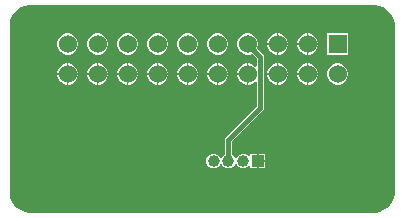
<source format=gtl>
G04*
G04 #@! TF.GenerationSoftware,Altium Limited,Altium Designer,24.5.2 (23)*
G04*
G04 Layer_Physical_Order=1*
G04 Layer_Color=255*
%FSLAX25Y25*%
%MOIN*%
G70*
G04*
G04 #@! TF.SameCoordinates,C24EFD6F-B051-405E-BDC2-D8122115FF76*
G04*
G04*
G04 #@! TF.FilePolarity,Positive*
G04*
G01*
G75*
%ADD17C,0.01500*%
%ADD18C,0.03969*%
%ADD19R,0.03969X0.03969*%
%ADD20R,0.06024X0.06024*%
%ADD21C,0.06024*%
G36*
X224409Y199985D02*
X225106D01*
X226472Y199713D01*
X227759Y199180D01*
X228917Y198406D01*
X229902Y197421D01*
X230676Y196263D01*
X231209Y194976D01*
X231481Y193610D01*
X231481Y192913D01*
Y137795D01*
Y137099D01*
X231209Y135733D01*
X230676Y134446D01*
X229902Y133288D01*
X228917Y132303D01*
X227759Y131529D01*
X226472Y130996D01*
X225106Y130724D01*
X224410D01*
X110236Y130724D01*
X109540D01*
X108174Y130996D01*
X106887Y131529D01*
X105729Y132303D01*
X104744Y133288D01*
X103970Y134446D01*
X103437Y135733D01*
X103165Y137099D01*
X103165Y137795D01*
Y192913D01*
Y193610D01*
X103437Y194976D01*
X103970Y196263D01*
X104744Y197421D01*
X105729Y198406D01*
X106887Y199180D01*
X108174Y199713D01*
X109540Y199985D01*
X110236Y199985D01*
X224409Y199985D01*
D02*
G37*
%LPC*%
G36*
X202962Y190512D02*
X202750D01*
Y187250D01*
X206012D01*
Y187462D01*
X205772Y188356D01*
X205310Y189156D01*
X204656Y189810D01*
X203855Y190272D01*
X202962Y190512D01*
D02*
G37*
G36*
X202250D02*
X202038D01*
X201145Y190272D01*
X200344Y189810D01*
X199690Y189156D01*
X199227Y188356D01*
X198988Y187462D01*
Y187250D01*
X202250D01*
Y190512D01*
D02*
G37*
G36*
X192962D02*
X192750D01*
Y187250D01*
X196012D01*
Y187462D01*
X195773Y188356D01*
X195310Y189156D01*
X194656Y189810D01*
X193856Y190272D01*
X192962Y190512D01*
D02*
G37*
G36*
X192250D02*
X192038D01*
X191145Y190272D01*
X190344Y189810D01*
X189690Y189156D01*
X189227Y188356D01*
X188988Y187462D01*
Y187250D01*
X192250D01*
Y190512D01*
D02*
G37*
G36*
X216012D02*
X208988D01*
Y183488D01*
X216012D01*
Y190512D01*
D02*
G37*
G36*
X206012Y186750D02*
X202750D01*
Y183488D01*
X202962D01*
X203855Y183728D01*
X204656Y184190D01*
X205310Y184844D01*
X205772Y185644D01*
X206012Y186538D01*
Y186750D01*
D02*
G37*
G36*
X202250D02*
X198988D01*
Y186538D01*
X199227Y185644D01*
X199690Y184844D01*
X200344Y184190D01*
X201145Y183728D01*
X202038Y183488D01*
X202250D01*
Y186750D01*
D02*
G37*
G36*
X196012D02*
X192750D01*
Y183488D01*
X192962D01*
X193856Y183728D01*
X194656Y184190D01*
X195310Y184844D01*
X195773Y185644D01*
X196012Y186538D01*
Y186750D01*
D02*
G37*
G36*
X192250D02*
X188988D01*
Y186538D01*
X189227Y185644D01*
X189690Y184844D01*
X190344Y184190D01*
X191145Y183728D01*
X192038Y183488D01*
X192250D01*
Y186750D01*
D02*
G37*
G36*
X172962Y190512D02*
X172038D01*
X171144Y190272D01*
X170344Y189810D01*
X169690Y189156D01*
X169228Y188356D01*
X168988Y187462D01*
Y186538D01*
X169228Y185644D01*
X169690Y184844D01*
X170344Y184190D01*
X171144Y183728D01*
X172038Y183488D01*
X172962D01*
X173855Y183728D01*
X174656Y184190D01*
X175310Y184844D01*
X175773Y185644D01*
X176012Y186538D01*
Y187462D01*
X175773Y188356D01*
X175310Y189156D01*
X174656Y189810D01*
X173855Y190272D01*
X172962Y190512D01*
D02*
G37*
G36*
X162962D02*
X162038D01*
X161144Y190272D01*
X160344Y189810D01*
X159690Y189156D01*
X159228Y188356D01*
X158988Y187462D01*
Y186538D01*
X159228Y185644D01*
X159690Y184844D01*
X160344Y184190D01*
X161144Y183728D01*
X162038Y183488D01*
X162962D01*
X163856Y183728D01*
X164656Y184190D01*
X165310Y184844D01*
X165772Y185644D01*
X166012Y186538D01*
Y187462D01*
X165772Y188356D01*
X165310Y189156D01*
X164656Y189810D01*
X163856Y190272D01*
X162962Y190512D01*
D02*
G37*
G36*
X152962D02*
X152038D01*
X151145Y190272D01*
X150344Y189810D01*
X149690Y189156D01*
X149227Y188356D01*
X148988Y187462D01*
Y186538D01*
X149227Y185644D01*
X149690Y184844D01*
X150344Y184190D01*
X151145Y183728D01*
X152038Y183488D01*
X152962D01*
X153856Y183728D01*
X154656Y184190D01*
X155310Y184844D01*
X155772Y185644D01*
X156012Y186538D01*
Y187462D01*
X155772Y188356D01*
X155310Y189156D01*
X154656Y189810D01*
X153856Y190272D01*
X152962Y190512D01*
D02*
G37*
G36*
X142962D02*
X142038D01*
X141145Y190272D01*
X140344Y189810D01*
X139690Y189156D01*
X139227Y188356D01*
X138988Y187462D01*
Y186538D01*
X139227Y185644D01*
X139690Y184844D01*
X140344Y184190D01*
X141145Y183728D01*
X142038Y183488D01*
X142962D01*
X143856Y183728D01*
X144656Y184190D01*
X145310Y184844D01*
X145773Y185644D01*
X146012Y186538D01*
Y187462D01*
X145773Y188356D01*
X145310Y189156D01*
X144656Y189810D01*
X143856Y190272D01*
X142962Y190512D01*
D02*
G37*
G36*
X132962D02*
X132038D01*
X131144Y190272D01*
X130344Y189810D01*
X129690Y189156D01*
X129227Y188356D01*
X128988Y187462D01*
Y186538D01*
X129227Y185644D01*
X129690Y184844D01*
X130344Y184190D01*
X131144Y183728D01*
X132038Y183488D01*
X132962D01*
X133855Y183728D01*
X134656Y184190D01*
X135310Y184844D01*
X135773Y185644D01*
X136012Y186538D01*
Y187462D01*
X135773Y188356D01*
X135310Y189156D01*
X134656Y189810D01*
X133855Y190272D01*
X132962Y190512D01*
D02*
G37*
G36*
X122962D02*
X122038D01*
X121144Y190272D01*
X120344Y189810D01*
X119690Y189156D01*
X119228Y188356D01*
X118988Y187462D01*
Y186538D01*
X119228Y185644D01*
X119690Y184844D01*
X120344Y184190D01*
X121144Y183728D01*
X122038Y183488D01*
X122962D01*
X123855Y183728D01*
X124656Y184190D01*
X125310Y184844D01*
X125773Y185644D01*
X126012Y186538D01*
Y187462D01*
X125773Y188356D01*
X125310Y189156D01*
X124656Y189810D01*
X123855Y190272D01*
X122962Y190512D01*
D02*
G37*
G36*
X182962D02*
X182038D01*
X181144Y190272D01*
X180344Y189810D01*
X179690Y189156D01*
X179227Y188356D01*
X178988Y187462D01*
Y186538D01*
X179227Y185644D01*
X179690Y184844D01*
X180344Y184190D01*
X181144Y183728D01*
X182038Y183488D01*
X182962D01*
X183855Y183728D01*
X183928Y183770D01*
X185487Y182210D01*
Y179686D01*
X184987Y179479D01*
X184656Y179810D01*
X183855Y180272D01*
X182962Y180512D01*
X182750D01*
Y177000D01*
Y173488D01*
X182962D01*
X183855Y173728D01*
X184656Y174190D01*
X184987Y174521D01*
X185487Y174314D01*
Y166290D01*
X175178Y155980D01*
X174901Y155567D01*
X174804Y155079D01*
Y150161D01*
X174671Y150106D01*
X173973Y149407D01*
X173868Y149155D01*
X173368D01*
X173264Y149407D01*
X172565Y150106D01*
X171652Y150484D01*
X170663D01*
X169750Y150106D01*
X169051Y149407D01*
X168673Y148494D01*
Y147506D01*
X169051Y146593D01*
X169750Y145894D01*
X170663Y145516D01*
X171652D01*
X172565Y145894D01*
X173264Y146593D01*
X173368Y146845D01*
X173868D01*
X173973Y146593D01*
X174671Y145894D01*
X175585Y145516D01*
X176573D01*
X177486Y145894D01*
X178185Y146593D01*
X178289Y146845D01*
X178789D01*
X178894Y146593D01*
X179593Y145894D01*
X180506Y145516D01*
X181494D01*
X182407Y145894D01*
X182937Y146424D01*
X183437Y146217D01*
Y145516D01*
X185671D01*
Y148000D01*
Y150484D01*
X183437D01*
Y149783D01*
X182937Y149576D01*
X182407Y150106D01*
X181494Y150484D01*
X180506D01*
X179593Y150106D01*
X178894Y149407D01*
X178789Y149155D01*
X178289D01*
X178185Y149407D01*
X177486Y150106D01*
X177353Y150161D01*
Y154551D01*
X187663Y164861D01*
X187939Y165274D01*
X188036Y165762D01*
Y182738D01*
X187939Y183226D01*
X187663Y183639D01*
X185731Y185572D01*
X185773Y185644D01*
X186012Y186538D01*
Y187462D01*
X185773Y188356D01*
X185310Y189156D01*
X184656Y189810D01*
X183855Y190272D01*
X182962Y190512D01*
D02*
G37*
G36*
X202962Y180512D02*
X202750D01*
Y177250D01*
X206012D01*
Y177462D01*
X205772Y178356D01*
X205310Y179156D01*
X204656Y179810D01*
X203855Y180272D01*
X202962Y180512D01*
D02*
G37*
G36*
X202250D02*
X202038D01*
X201145Y180272D01*
X200344Y179810D01*
X199690Y179156D01*
X199227Y178356D01*
X198988Y177462D01*
Y177250D01*
X202250D01*
Y180512D01*
D02*
G37*
G36*
X192962D02*
X192750D01*
Y177250D01*
X196012D01*
Y177462D01*
X195773Y178356D01*
X195310Y179156D01*
X194656Y179810D01*
X193856Y180272D01*
X192962Y180512D01*
D02*
G37*
G36*
X192250D02*
X192038D01*
X191145Y180272D01*
X190344Y179810D01*
X189690Y179156D01*
X189227Y178356D01*
X188988Y177462D01*
Y177250D01*
X192250D01*
Y180512D01*
D02*
G37*
G36*
X182250D02*
X182038D01*
X181144Y180272D01*
X180344Y179810D01*
X179690Y179156D01*
X179227Y178356D01*
X178988Y177462D01*
Y177250D01*
X182250D01*
Y180512D01*
D02*
G37*
G36*
X172962D02*
X172750D01*
Y177250D01*
X176012D01*
Y177462D01*
X175773Y178356D01*
X175310Y179156D01*
X174656Y179810D01*
X173855Y180272D01*
X172962Y180512D01*
D02*
G37*
G36*
X172250D02*
X172038D01*
X171144Y180272D01*
X170344Y179810D01*
X169690Y179156D01*
X169228Y178356D01*
X168988Y177462D01*
Y177250D01*
X172250D01*
Y180512D01*
D02*
G37*
G36*
X162962D02*
X162750D01*
Y177250D01*
X166012D01*
Y177462D01*
X165772Y178356D01*
X165310Y179156D01*
X164656Y179810D01*
X163856Y180272D01*
X162962Y180512D01*
D02*
G37*
G36*
X162250D02*
X162038D01*
X161144Y180272D01*
X160344Y179810D01*
X159690Y179156D01*
X159228Y178356D01*
X158988Y177462D01*
Y177250D01*
X162250D01*
Y180512D01*
D02*
G37*
G36*
X152962D02*
X152750D01*
Y177250D01*
X156012D01*
Y177462D01*
X155772Y178356D01*
X155310Y179156D01*
X154656Y179810D01*
X153856Y180272D01*
X152962Y180512D01*
D02*
G37*
G36*
X152250D02*
X152038D01*
X151145Y180272D01*
X150344Y179810D01*
X149690Y179156D01*
X149227Y178356D01*
X148988Y177462D01*
Y177250D01*
X152250D01*
Y180512D01*
D02*
G37*
G36*
X142962D02*
X142750D01*
Y177250D01*
X146012D01*
Y177462D01*
X145773Y178356D01*
X145310Y179156D01*
X144656Y179810D01*
X143856Y180272D01*
X142962Y180512D01*
D02*
G37*
G36*
X142250D02*
X142038D01*
X141145Y180272D01*
X140344Y179810D01*
X139690Y179156D01*
X139227Y178356D01*
X138988Y177462D01*
Y177250D01*
X142250D01*
Y180512D01*
D02*
G37*
G36*
X132962D02*
X132750D01*
Y177250D01*
X136012D01*
Y177462D01*
X135773Y178356D01*
X135310Y179156D01*
X134656Y179810D01*
X133855Y180272D01*
X132962Y180512D01*
D02*
G37*
G36*
X132250D02*
X132038D01*
X131144Y180272D01*
X130344Y179810D01*
X129690Y179156D01*
X129227Y178356D01*
X128988Y177462D01*
Y177250D01*
X132250D01*
Y180512D01*
D02*
G37*
G36*
X122962D02*
X122750D01*
Y177250D01*
X126012D01*
Y177462D01*
X125773Y178356D01*
X125310Y179156D01*
X124656Y179810D01*
X123855Y180272D01*
X122962Y180512D01*
D02*
G37*
G36*
X122250D02*
X122038D01*
X121144Y180272D01*
X120344Y179810D01*
X119690Y179156D01*
X119228Y178356D01*
X118988Y177462D01*
Y177250D01*
X122250D01*
Y180512D01*
D02*
G37*
G36*
X212962D02*
X212038D01*
X211144Y180272D01*
X210344Y179810D01*
X209690Y179156D01*
X209227Y178356D01*
X208988Y177462D01*
Y176538D01*
X209227Y175645D01*
X209690Y174844D01*
X210344Y174190D01*
X211144Y173728D01*
X212038Y173488D01*
X212962D01*
X213856Y173728D01*
X214656Y174190D01*
X215310Y174844D01*
X215773Y175645D01*
X216012Y176538D01*
Y177462D01*
X215773Y178356D01*
X215310Y179156D01*
X214656Y179810D01*
X213856Y180272D01*
X212962Y180512D01*
D02*
G37*
G36*
X206012Y176750D02*
X202750D01*
Y173488D01*
X202962D01*
X203855Y173728D01*
X204656Y174190D01*
X205310Y174844D01*
X205772Y175645D01*
X206012Y176538D01*
Y176750D01*
D02*
G37*
G36*
X202250D02*
X198988D01*
Y176538D01*
X199227Y175645D01*
X199690Y174844D01*
X200344Y174190D01*
X201145Y173728D01*
X202038Y173488D01*
X202250D01*
Y176750D01*
D02*
G37*
G36*
X196012D02*
X192750D01*
Y173488D01*
X192962D01*
X193856Y173728D01*
X194656Y174190D01*
X195310Y174844D01*
X195773Y175645D01*
X196012Y176538D01*
Y176750D01*
D02*
G37*
G36*
X192250D02*
X188988D01*
Y176538D01*
X189227Y175645D01*
X189690Y174844D01*
X190344Y174190D01*
X191145Y173728D01*
X192038Y173488D01*
X192250D01*
Y176750D01*
D02*
G37*
G36*
X182250D02*
X178988D01*
Y176538D01*
X179227Y175645D01*
X179690Y174844D01*
X180344Y174190D01*
X181144Y173728D01*
X182038Y173488D01*
X182250D01*
Y176750D01*
D02*
G37*
G36*
X176012D02*
X172750D01*
Y173488D01*
X172962D01*
X173855Y173728D01*
X174656Y174190D01*
X175310Y174844D01*
X175773Y175645D01*
X176012Y176538D01*
Y176750D01*
D02*
G37*
G36*
X172250D02*
X168988D01*
Y176538D01*
X169228Y175645D01*
X169690Y174844D01*
X170344Y174190D01*
X171144Y173728D01*
X172038Y173488D01*
X172250D01*
Y176750D01*
D02*
G37*
G36*
X166012D02*
X162750D01*
Y173488D01*
X162962D01*
X163856Y173728D01*
X164656Y174190D01*
X165310Y174844D01*
X165772Y175645D01*
X166012Y176538D01*
Y176750D01*
D02*
G37*
G36*
X162250D02*
X158988D01*
Y176538D01*
X159228Y175645D01*
X159690Y174844D01*
X160344Y174190D01*
X161144Y173728D01*
X162038Y173488D01*
X162250D01*
Y176750D01*
D02*
G37*
G36*
X156012D02*
X152750D01*
Y173488D01*
X152962D01*
X153856Y173728D01*
X154656Y174190D01*
X155310Y174844D01*
X155772Y175645D01*
X156012Y176538D01*
Y176750D01*
D02*
G37*
G36*
X152250D02*
X148988D01*
Y176538D01*
X149227Y175645D01*
X149690Y174844D01*
X150344Y174190D01*
X151145Y173728D01*
X152038Y173488D01*
X152250D01*
Y176750D01*
D02*
G37*
G36*
X146012D02*
X142750D01*
Y173488D01*
X142962D01*
X143856Y173728D01*
X144656Y174190D01*
X145310Y174844D01*
X145773Y175645D01*
X146012Y176538D01*
Y176750D01*
D02*
G37*
G36*
X142250D02*
X138988D01*
Y176538D01*
X139227Y175645D01*
X139690Y174844D01*
X140344Y174190D01*
X141145Y173728D01*
X142038Y173488D01*
X142250D01*
Y176750D01*
D02*
G37*
G36*
X136012D02*
X132750D01*
Y173488D01*
X132962D01*
X133855Y173728D01*
X134656Y174190D01*
X135310Y174844D01*
X135773Y175645D01*
X136012Y176538D01*
Y176750D01*
D02*
G37*
G36*
X132250D02*
X128988D01*
Y176538D01*
X129227Y175645D01*
X129690Y174844D01*
X130344Y174190D01*
X131144Y173728D01*
X132038Y173488D01*
X132250D01*
Y176750D01*
D02*
G37*
G36*
X126012D02*
X122750D01*
Y173488D01*
X122962D01*
X123855Y173728D01*
X124656Y174190D01*
X125310Y174844D01*
X125773Y175645D01*
X126012Y176538D01*
Y176750D01*
D02*
G37*
G36*
X122250D02*
X118988D01*
Y176538D01*
X119228Y175645D01*
X119690Y174844D01*
X120344Y174190D01*
X121144Y173728D01*
X122038Y173488D01*
X122250D01*
Y176750D01*
D02*
G37*
G36*
X188406Y150484D02*
X186171D01*
Y148250D01*
X188406D01*
Y150484D01*
D02*
G37*
G36*
Y147750D02*
X186171D01*
Y145516D01*
X188406D01*
Y147750D01*
D02*
G37*
%LPD*%
D17*
X176079Y155079D02*
X186762Y165762D01*
X176079Y148000D02*
Y155079D01*
X182500Y187000D02*
X186762Y182738D01*
Y165762D02*
Y182738D01*
D18*
X171158Y148000D02*
D03*
X176079D02*
D03*
X181000D02*
D03*
D19*
X185921D02*
D03*
D20*
X212500Y187000D02*
D03*
D21*
Y177000D02*
D03*
X202500Y187000D02*
D03*
Y177000D02*
D03*
X192500Y187000D02*
D03*
Y177000D02*
D03*
X182500Y187000D02*
D03*
Y177000D02*
D03*
X172500Y187000D02*
D03*
Y177000D02*
D03*
X162500Y187000D02*
D03*
Y177000D02*
D03*
X152500Y187000D02*
D03*
Y177000D02*
D03*
X142500Y187000D02*
D03*
Y177000D02*
D03*
X132500Y187000D02*
D03*
Y177000D02*
D03*
X122500Y187000D02*
D03*
Y177000D02*
D03*
M02*

</source>
